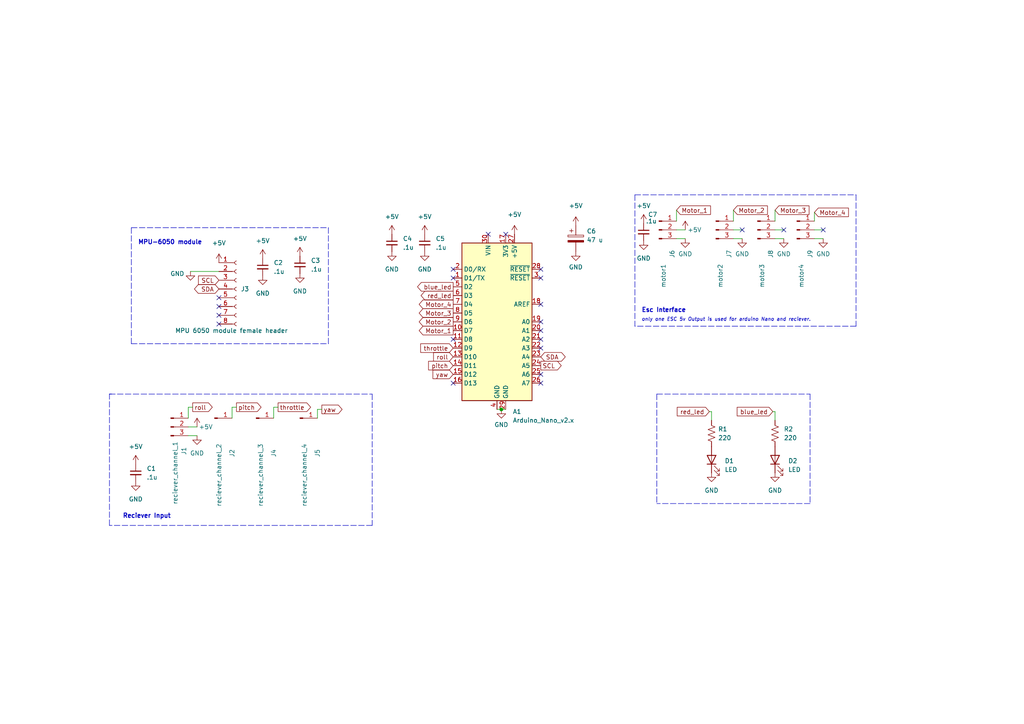
<source format=kicad_sch>
(kicad_sch (version 20211123) (generator eeschema)
  (paper "A4")
  (lib_symbols
    (symbol "Connector:Conn_01x01_Male" (pin_names (offset 1.016) hide)
      (property "Reference" "J" (at 0 2.54 0))
      (property "Value" "Conn_01x01_Male" (at 0 -2.54 0))
      (symbol "Conn_01x01_Male_1_1"
        (polyline (pts (xy 1.27 0) (xy 0.8636 0)) (stroke (width 0.1524)))
        (rectangle (start 0.8636 0.127) (end 0 -0.127) (stroke (width 0.1524)) (fill (type outline)))
        (pin passive line (at 5.08 0 180) (length 3.81) (name "Pin_1") (number "1"))
      )
    )
    (symbol "Connector:Conn_01x03_Male" (pin_names (offset 1.016) hide)
      (property "Reference" "J" (at 0 5.08 0))
      (property "Value" "Conn_01x03_Male" (at 0 -5.08 0))
      (symbol "Conn_01x03_Male_1_1"
        (polyline (pts (xy 1.27 -2.54) (xy 0.8636 -2.54)) (stroke (width 0.1524)))
        (polyline (pts (xy 1.27 0) (xy 0.8636 0)) (stroke (width 0.1524)))
        (polyline (pts (xy 1.27 2.54) (xy 0.8636 2.54)) (stroke (width 0.1524)))
        (rectangle (start 0.8636 -2.413) (end 0 -2.667) (stroke (width 0.1524)) (fill (type outline)))
        (rectangle (start 0.8636 0.127) (end 0 -0.127) (stroke (width 0.1524)) (fill (type outline)))
        (rectangle (start 0.8636 2.667) (end 0 2.413) (stroke (width 0.1524)) (fill (type outline)))
        (pin passive line (at 5.08 2.54 180) (length 3.81) (name "Pin_1") (number "1"))
        (pin passive line (at 5.08 0 180) (length 3.81) (name "Pin_2") (number "2"))
        (pin passive line (at 5.08 -2.54 180) (length 3.81) (name "Pin_3") (number "3"))
      )
    )
    (symbol "Connector:Conn_01x08_Female" (pin_names (offset 1.016) hide)
      (property "Reference" "J" (at 0 10.16 0))
      (property "Value" "Conn_01x08_Female" (at 0 -12.7 0))
      (symbol "Conn_01x08_Female_1_1"
        (arc (start 0 -9.652) (mid -0.508 -10.16) (end 0 -10.668) (stroke (width 0.1524)))
        (arc (start 0 -7.112) (mid -0.508 -7.62) (end 0 -8.128) (stroke (width 0.1524)))
        (arc (start 0 -4.572) (mid -0.508 -5.08) (end 0 -5.588) (stroke (width 0.1524)))
        (arc (start 0 -2.032) (mid -0.508 -2.54) (end 0 -3.048) (stroke (width 0.1524)))
        (polyline (pts (xy -1.27 -10.16) (xy -0.508 -10.16)) (stroke (width 0.1524)))
        (polyline (pts (xy -1.27 -7.62) (xy -0.508 -7.62)) (stroke (width 0.1524)))
        (polyline (pts (xy -1.27 -5.08) (xy -0.508 -5.08)) (stroke (width 0.1524)))
        (polyline (pts (xy -1.27 -2.54) (xy -0.508 -2.54)) (stroke (width 0.1524)))
        (polyline (pts (xy -1.27 0) (xy -0.508 0)) (stroke (width 0.1524)))
        (polyline (pts (xy -1.27 2.54) (xy -0.508 2.54)) (stroke (width 0.1524)))
        (polyline (pts (xy -1.27 5.08) (xy -0.508 5.08)) (stroke (width 0.1524)))
        (polyline (pts (xy -1.27 7.62) (xy -0.508 7.62)) (stroke (width 0.1524)))
        (arc (start 0 0.508) (mid -0.508 0) (end 0 -0.508) (stroke (width 0.1524)))
        (arc (start 0 3.048) (mid -0.508 2.54) (end 0 2.032) (stroke (width 0.1524)))
        (arc (start 0 5.588) (mid -0.508 5.08) (end 0 4.572) (stroke (width 0.1524)))
        (arc (start 0 8.128) (mid -0.508 7.62) (end 0 7.112) (stroke (width 0.1524)))
        (pin passive line (at -5.08 7.62 0) (length 3.81) (name "Pin_1") (number "1"))
        (pin passive line (at -5.08 5.08 0) (length 3.81) (name "Pin_2") (number "2"))
        (pin passive line (at -5.08 2.54 0) (length 3.81) (name "Pin_3") (number "3"))
        (pin passive line (at -5.08 0 0) (length 3.81) (name "Pin_4") (number "4"))
        (pin passive line (at -5.08 -2.54 0) (length 3.81) (name "Pin_5") (number "5"))
        (pin passive line (at -5.08 -5.08 0) (length 3.81) (name "Pin_6") (number "6"))
        (pin passive line (at -5.08 -7.62 0) (length 3.81) (name "Pin_7") (number "7"))
        (pin passive line (at -5.08 -10.16 0) (length 3.81) (name "Pin_8") (number "8"))
      )
    )
    (symbol "Device:C_Polarized" (pin_numbers hide) (pin_names (offset 0.254))
      (property "Reference" "C" (at 0.635 2.54 0))
      (property "Value" "C_Polarized" (at 0.635 -2.54 0))
      (symbol "C_Polarized_0_1"
        (rectangle (start -2.286 0.508) (end 2.286 1.016))
        (polyline (pts (xy -1.778 2.286) (xy -0.762 2.286)))
        (polyline (pts (xy -1.27 2.794) (xy -1.27 1.778)))
        (rectangle (start 2.286 -0.508) (end -2.286 -1.016) (fill (type outline)))
      )
      (symbol "C_Polarized_1_1"
        (pin passive line (at 0 3.81 270) (length 2.794) (name "~") (number "1"))
        (pin passive line (at 0 -3.81 90) (length 2.794) (name "~") (number "2"))
      )
    )
    (symbol "Device:C_Small" (pin_numbers hide) (pin_names (offset 0.254) hide)
      (property "Reference" "C" (at 0.254 1.778 0))
      (property "Value" "C_Small" (at 0.254 -2.032 0))
      (symbol "C_Small_0_1"
        (polyline (pts (xy -1.524 -0.508) (xy 1.524 -0.508)) (stroke (width 0.3302)))
        (polyline (pts (xy -1.524 0.508) (xy 1.524 0.508)) (stroke (width 0.3048)))
      )
      (symbol "C_Small_1_1"
        (pin passive line (at 0 2.54 270) (length 2.032) (name "~") (number "1"))
        (pin passive line (at 0 -2.54 90) (length 2.032) (name "~") (number "2"))
      )
    )
    (symbol "Device:LED" (pin_numbers hide) (pin_names (offset 1.016) hide)
      (property "Reference" "D" (at 0 2.54 0))
      (property "Value" "LED" (at 0 -2.54 0))
      (symbol "LED_0_1"
        (polyline (pts (xy -1.27 -1.27) (xy -1.27 1.27)) (stroke (width 0.254)))
        (polyline (pts (xy -1.27 0) (xy 1.27 0)))
        (polyline (pts (xy 1.27 -1.27) (xy 1.27 1.27) (xy -1.27 0) (xy 1.27 -1.27)) (stroke (width 0.254)))
        (polyline (pts (xy -3.048 -0.762) (xy -4.572 -2.286) (xy -3.81 -2.286) (xy -4.572 -2.286) (xy -4.572 -1.524)))
        (polyline (pts (xy -1.778 -0.762) (xy -3.302 -2.286) (xy -2.54 -2.286) (xy -3.302 -2.286) (xy -3.302 -1.524)))
      )
      (symbol "LED_1_1"
        (pin passive line (at -3.81 0 0) (length 2.54) (name "K") (number "1"))
        (pin passive line (at 3.81 0 180) (length 2.54) (name "A") (number "2"))
      )
    )
    (symbol "Device:R_US" (pin_numbers hide) (pin_names (offset 0))
      (property "Reference" "R" (at 2.54 0 90))
      (property "Value" "R_US" (at -2.54 0 90))
      (symbol "R_US_0_1"
        (polyline (pts (xy 0 -2.286) (xy 0 -2.54)))
        (polyline (pts (xy 0 2.286) (xy 0 2.54)))
        (polyline (pts (xy 0 -0.762) (xy 1.016 -1.143) (xy 0 -1.524) (xy -1.016 -1.905) (xy 0 -2.286)))
        (polyline (pts (xy 0 0.762) (xy 1.016 0.381) (xy 0 0) (xy -1.016 -0.381) (xy 0 -0.762)))
        (polyline (pts (xy 0 2.286) (xy 1.016 1.905) (xy 0 1.524) (xy -1.016 1.143) (xy 0 0.762)))
      )
      (symbol "R_US_1_1"
        (pin passive line (at 0 3.81 270) (length 1.27) (name "~") (number "1"))
        (pin passive line (at 0 -3.81 90) (length 1.27) (name "~") (number "2"))
      )
    )
    (symbol "MCU_Module:Arduino_Nano_v2.x"
      (property "Reference" "A" (at -10.16 23.495 0))
      (property "Value" "Arduino_Nano_v2.x" (at 5.08 -24.13 0))
      (symbol "Arduino_Nano_v2.x_0_1"
        (rectangle (start -10.16 22.86) (end 10.16 -22.86) (stroke (width 0.254)) (fill (type background)))
      )
      (symbol "Arduino_Nano_v2.x_1_1"
        (pin bidirectional line (at -12.7 12.7 0) (length 2.54) (name "D1/TX") (number "1"))
        (pin bidirectional line (at -12.7 -2.54 0) (length 2.54) (name "D7") (number "10"))
        (pin bidirectional line (at -12.7 -5.08 0) (length 2.54) (name "D8") (number "11"))
        (pin bidirectional line (at -12.7 -7.62 0) (length 2.54) (name "D9") (number "12"))
        (pin bidirectional line (at -12.7 -10.16 0) (length 2.54) (name "D10") (number "13"))
        (pin bidirectional line (at -12.7 -12.7 0) (length 2.54) (name "D11") (number "14"))
        (pin bidirectional line (at -12.7 -15.24 0) (length 2.54) (name "D12") (number "15"))
        (pin bidirectional line (at -12.7 -17.78 0) (length 2.54) (name "D13") (number "16"))
        (pin power_out line (at 2.54 25.4 270) (length 2.54) (name "3V3") (number "17"))
        (pin input line (at 12.7 5.08 180) (length 2.54) (name "AREF") (number "18"))
        (pin bidirectional line (at 12.7 0 180) (length 2.54) (name "A0") (number "19"))
        (pin bidirectional line (at -12.7 15.24 0) (length 2.54) (name "D0/RX") (number "2"))
        (pin bidirectional line (at 12.7 -2.54 180) (length 2.54) (name "A1") (number "20"))
        (pin bidirectional line (at 12.7 -5.08 180) (length 2.54) (name "A2") (number "21"))
        (pin bidirectional line (at 12.7 -7.62 180) (length 2.54) (name "A3") (number "22"))
        (pin bidirectional line (at 12.7 -10.16 180) (length 2.54) (name "A4") (number "23"))
        (pin bidirectional line (at 12.7 -12.7 180) (length 2.54) (name "A5") (number "24"))
        (pin bidirectional line (at 12.7 -15.24 180) (length 2.54) (name "A6") (number "25"))
        (pin bidirectional line (at 12.7 -17.78 180) (length 2.54) (name "A7") (number "26"))
        (pin power_out line (at 5.08 25.4 270) (length 2.54) (name "+5V") (number "27"))
        (pin input line (at 12.7 15.24 180) (length 2.54) (name "~{RESET}") (number "28"))
        (pin power_in line (at 2.54 -25.4 90) (length 2.54) (name "GND") (number "29"))
        (pin input line (at 12.7 12.7 180) (length 2.54) (name "~{RESET}") (number "3"))
        (pin power_in line (at -2.54 25.4 270) (length 2.54) (name "VIN") (number "30"))
        (pin power_in line (at 0 -25.4 90) (length 2.54) (name "GND") (number "4"))
        (pin bidirectional line (at -12.7 10.16 0) (length 2.54) (name "D2") (number "5"))
        (pin bidirectional line (at -12.7 7.62 0) (length 2.54) (name "D3") (number "6"))
        (pin bidirectional line (at -12.7 5.08 0) (length 2.54) (name "D4") (number "7"))
        (pin bidirectional line (at -12.7 2.54 0) (length 2.54) (name "D5") (number "8"))
        (pin bidirectional line (at -12.7 0 0) (length 2.54) (name "D6") (number "9"))
      )
    )
    (symbol "power:+5V" (power) (pin_names (offset 0))
      (property "Value" "+5V" (at 0 3.556 0))
      (symbol "+5V_0_1"
        (polyline (pts (xy -0.762 1.27) (xy 0 2.54)))
        (polyline (pts (xy 0 0) (xy 0 2.54)))
        (polyline (pts (xy 0 2.54) (xy 0.762 1.27)))
      )
      (symbol "+5V_1_1"
        (pin power_in line (at 0 0 90) (length 0) hide (name "+5V") (number "1"))
      )
    )
    (symbol "power:GND" (power) (pin_names (offset 0))
      (property "Value" "GND" (at 0 -3.81 0))
      (symbol "GND_0_1"
        (polyline (pts (xy 0 0) (xy 0 -1.27) (xy 1.27 -1.27) (xy 0 -2.54) (xy -1.27 -1.27) (xy 0 -1.27)))
      )
      (symbol "GND_1_1"
        (pin power_in line (at 0 0 270) (length 0) hide (name "GND") (number "1"))
      )
    )
  )
  (junction (at 145.415 118.745))
  (no_connect (at 131.445 111.125))
  (no_connect (at 156.845 98.425))
  (no_connect (at 131.445 98.425))
  (no_connect (at 156.845 100.965))
  (no_connect (at 156.845 111.125))
  (no_connect (at 156.845 108.585))
  (no_connect (at 156.845 78.105))
  (no_connect (at 156.845 80.645))
  (no_connect (at 156.845 88.265))
  (no_connect (at 156.845 93.345))
  (no_connect (at 131.445 80.645))
  (no_connect (at 131.445 78.105))
  (no_connect (at 146.685 67.945))
  (no_connect (at 141.605 67.945))
  (no_connect (at 156.845 95.885))
  (no_connect (at 63.5 91.44))
  (no_connect (at 63.5 88.9))
  (no_connect (at 63.5 86.36))
  (no_connect (at 63.5 93.98))
  (no_connect (at 238.76 66.675))
  (no_connect (at 227.33 66.675))
  (no_connect (at 215.265 66.675))
  (polyline (pts (xy 31.75 114.3) (xy 107.95 114.3)))
  (polyline (pts (xy 234.95 146.05) (xy 190.5 146.05)))
  (polyline (pts (xy 95.25 66.04) (xy 95.25 99.695)))
  (wire (pts (xy 92.075 121.285) (xy 92.075 118.745)))
  (polyline (pts (xy 184.15 56.515) (xy 184.15 94.615)))
  (polyline (pts (xy 190.5 114.3) (xy 190.5 146.05)))
  (polyline (pts (xy 38.1 66.04) (xy 95.25 66.04)))
  (wire (pts (xy 196.215 60.96) (xy 196.215 64.135)))
  (wire (pts (xy 224.79 66.675) (xy 227.33 66.675)))
  (wire (pts (xy 92.075 118.745) (xy 93.345 118.745)))
  (polyline (pts (xy 31.75 114.3) (xy 32.385 114.3)))
  (wire (pts (xy 224.79 121.92) (xy 224.79 119.38)))
  (wire (pts (xy 224.79 119.38) (xy 224.155 119.38)))
  (polyline (pts (xy 184.15 56.515) (xy 248.285 56.515)))
  (wire (pts (xy 67.31 121.285) (xy 67.31 118.11)))
  (wire (pts (xy 212.725 66.675) (xy 215.265 66.675)))
  (polyline (pts (xy 107.95 152.4) (xy 31.75 152.4)))
  (wire (pts (xy 79.375 118.11) (xy 80.645 118.11)))
  (polyline (pts (xy 31.75 152.4) (xy 31.75 114.3)))
  (wire (pts (xy 224.79 64.135) (xy 224.79 60.96)))
  (polyline (pts (xy 38.1 99.695) (xy 95.25 99.695)))
  (polyline (pts (xy 248.285 56.515) (xy 248.285 94.615)))
  (wire (pts (xy 79.375 121.285) (xy 79.375 118.11)))
  (wire (pts (xy 236.22 61.595) (xy 236.22 64.135)))
  (wire (pts (xy 67.31 118.11) (xy 68.58 118.11)))
  (wire (pts (xy 54.61 126.365) (xy 57.15 126.365)))
  (wire (pts (xy 55.245 78.74) (xy 63.5 78.74)))
  (wire (pts (xy 224.79 69.215) (xy 227.33 69.215)))
  (polyline (pts (xy 190.5 114.3) (xy 234.95 114.3)))
  (wire (pts (xy 212.725 60.96) (xy 212.725 64.135)))
  (wire (pts (xy 54.61 121.285) (xy 54.61 118.11)))
  (wire (pts (xy 236.22 69.215) (xy 238.76 69.215)))
  (polyline (pts (xy 107.95 114.3) (xy 107.95 152.4)))
  (wire (pts (xy 206.375 121.92) (xy 206.375 119.38)))
  (wire (pts (xy 236.22 66.675) (xy 238.76 66.675)))
  (polyline (pts (xy 38.1 66.04) (xy 38.1 99.695)))
  (wire (pts (xy 196.215 66.675) (xy 198.755 66.675)))
  (wire (pts (xy 145.415 118.745) (xy 146.685 118.745)))
  (wire (pts (xy 212.725 69.215) (xy 215.265 69.215)))
  (wire (pts (xy 54.61 118.11) (xy 55.88 118.11)))
  (wire (pts (xy 206.375 119.38) (xy 205.74 119.38)))
  (wire (pts (xy 196.215 69.215) (xy 198.755 69.215)))
  (wire (pts (xy 144.145 118.745) (xy 145.415 118.745)))
  (polyline (pts (xy 248.285 94.615) (xy 184.15 94.615)))
  (polyline (pts (xy 234.95 114.3) (xy 234.95 146.05)))
  (wire (pts (xy 54.61 123.825) (xy 57.15 123.825)))
  (text "Esc Interface" (at 186.055 90.805 0) (effects (font (size 1.27 1.27) (thickness 0.254) bold) (justify left bottom)))
  (text "Reciever Input" (at 35.56 150.495 0) (effects (font (size 1.27 1.27) bold) (justify left bottom)))
  (text "only one ESC 5v Output is used for arduino Nano and reciever." (at 186.055 93.345 0) (effects (font (size 1 1) italic) (justify left bottom)))
  (text "MPU-6050 module" (at 40.005 71.12 0) (effects (font (size 1.27 1.27) (thickness 0.254) bold) (justify left bottom)))
  (global_label "red_led" (shape input) (at 205.74 119.38 180) (property "Intersheet References" "${INTERSHEET_REFS}" (effects hide)))
  (global_label "Motor_4" (shape input) (at 236.22 61.595 0) (property "Intersheet References" "${INTERSHEET_REFS}" (effects hide)))
  (global_label "throttle" (shape input) (at 131.445 100.965 180) (property "Intersheet References" "${INTERSHEET_REFS}" (effects hide)))
  (global_label "blue_led" (shape output) (at 131.445 83.185 180) (property "Intersheet References" "${INTERSHEET_REFS}" (effects hide)))
  (global_label "yaw" (shape input) (at 131.445 108.585 180) (property "Intersheet References" "${INTERSHEET_REFS}" (effects hide)))
  (global_label "SCL" (shape output) (at 156.845 106.045 0) (property "Intersheet References" "${INTERSHEET_REFS}" (effects hide)))
  (global_label "Motor_1" (shape input) (at 196.215 60.96 0) (property "Intersheet References" "${INTERSHEET_REFS}" (effects hide)))
  (global_label "roll" (shape input) (at 131.445 103.505 180) (property "Intersheet References" "${INTERSHEET_REFS}" (effects hide)))
  (global_label "Motor_2" (shape output) (at 131.445 93.345 180) (property "Intersheet References" "${INTERSHEET_REFS}" (effects hide)))
  (global_label "Motor_4" (shape output) (at 131.445 88.265 180) (property "Intersheet References" "${INTERSHEET_REFS}" (effects hide)))
  (global_label "yaw" (shape output) (at 93.345 118.745 0) (property "Intersheet References" "${INTERSHEET_REFS}" (effects hide)))
  (global_label "Motor_1" (shape output) (at 131.445 95.885 180) (property "Intersheet References" "${INTERSHEET_REFS}" (effects hide)))
  (global_label "Motor_2" (shape input) (at 212.725 60.96 0) (property "Intersheet References" "${INTERSHEET_REFS}" (effects hide)))
  (global_label "blue_led" (shape input) (at 224.155 119.38 180) (property "Intersheet References" "${INTERSHEET_REFS}" (effects hide)))
  (global_label "throttle" (shape output) (at 80.645 118.11 0) (property "Intersheet References" "${INTERSHEET_REFS}" (effects hide)))
  (global_label "pitch" (shape input) (at 131.445 106.045 180) (property "Intersheet References" "${INTERSHEET_REFS}" (effects hide)))
  (global_label "SDA" (shape bidirectional) (at 156.845 103.505 0) (property "Intersheet References" "${INTERSHEET_REFS}" (effects hide)))
  (global_label "Motor_3" (shape input) (at 224.79 60.96 0) (property "Intersheet References" "${INTERSHEET_REFS}" (effects hide)))
  (global_label "pitch" (shape output) (at 68.58 118.11 0) (property "Intersheet References" "${INTERSHEET_REFS}" (effects hide)))
  (global_label "roll" (shape output) (at 55.88 118.11 0) (property "Intersheet References" "${INTERSHEET_REFS}" (effects hide)))
  (global_label "Motor_3" (shape output) (at 131.445 90.805 180) (property "Intersheet References" "${INTERSHEET_REFS}" (effects hide)))
  (global_label "red_led" (shape output) (at 131.445 85.725 180) (property "Intersheet References" "${INTERSHEET_REFS}" (effects hide)))
  (global_label "SCL" (shape input) (at 63.5 81.28 180) (property "Intersheet References" "${INTERSHEET_REFS}" (effects hide)))
  (global_label "SDA" (shape bidirectional) (at 63.5 83.82 180) (property "Intersheet References" "${INTERSHEET_REFS}" (effects hide)))
  (symbol (lib_id "Connector:Conn_01x08_Female") (at 68.58 83.82 0) (unit 1)
    (property "Reference" "J3" (at 69.85 83.8199 0) (effects (justify left)))
    (property "Value" "MPU 6050 module female header" (at 50.8 95.885 0) (effects (justify left)))
    (property "Footprint" "Library:PinSocket_1x08_P2.54mm_Vertical_modified" (effects hide))
  )
  (symbol (lib_id "power:GND") (at 206.375 137.16 0) (unit 1)
    (property "Reference" "#PWR0122" (effects hide))
    (property "Value" "GND" (at 206.375 142.24 0))
  )
  (symbol (lib_id "power:GND") (at 39.37 139.7 0) (unit 1)
    (property "Reference" "#PWR0126" (effects hide))
    (property "Value" "GND" (at 39.37 144.78 0))
  )
  (symbol (lib_id "power:+5V") (at 123.19 67.945 0) (unit 1)
    (property "Reference" "#PWR0108" (effects hide))
    (property "Value" "+5V" (at 123.19 62.865 0))
  )
  (symbol (lib_id "power:GND") (at 57.15 126.365 0) (unit 1)
    (property "Reference" "#PWR0125" (effects hide))
    (property "Value" "GND" (at 57.15 131.445 0))
  )
  (symbol (lib_id "Device:C_Small") (at 113.665 70.485 0) (unit 1)
    (property "Reference" "C4" (at 116.84 69.2212 0) (effects (justify left)))
    (property "Value" ".1u" (at 116.84 71.7612 0) (effects (justify left)))
    (property "Footprint" "Capacitor_THT:C_Disc_D5.0mm_W2.5mm_P2.50mm" (effects hide))
  )
  (symbol (lib_id "MCU_Module:Arduino_Nano_v2.x") (at 144.145 93.345 0) (unit 1)
    (property "Reference" "A1" (at 148.7044 119.38 0) (effects (justify left)))
    (property "Value" "Arduino_Nano_v2.x" (at 148.7044 121.92 0) (effects (justify left)))
    (property "Footprint" "Library:Arduino_Nano_modified0" (effects hide))
    (property "Datasheet" "https://www.arduino.cc/en/uploads/Main/ArduinoNanoManual23.pdf" (effects hide))
  )
  (symbol (lib_id "Connector:Conn_01x03_Male") (at 207.645 66.675 0) (unit 1)
    (property "Reference" "J7" (at 211.455 73.66 90))
    (property "Value" "motor2" (at 208.915 80.01 90))
    (property "Footprint" "Library:PinHeader_1x03_P2.54mm_Vertical_modified" (effects hide))
  )
  (symbol (lib_id "power:+5V") (at 39.37 134.62 0) (unit 1)
    (property "Reference" "#PWR0124" (effects hide))
    (property "Value" "+5V" (at 39.37 129.54 0))
  )
  (symbol (lib_id "Connector:Conn_01x03_Male") (at 191.135 66.675 0) (unit 1)
    (property "Reference" "J6" (at 194.945 73.66 90))
    (property "Value" "motor1" (at 192.405 80.01 90))
    (property "Footprint" "Library:PinHeader_1x03_P2.54mm_Vertical_modified" (effects hide))
  )
  (symbol (lib_id "Connector:Conn_01x01_Male") (at 62.23 121.285 0) (unit 1)
    (property "Reference" "J2" (at 67.31 131.445 90))
    (property "Value" "reciever_channel_2" (at 63.5 137.795 90))
    (property "Footprint" "Library:PinHeader_1x01_P2.54mm_Vertical_modified" (effects hide))
  )
  (symbol (lib_id "Device:C_Small") (at 76.2 77.47 0) (unit 1)
    (property "Reference" "C2" (at 79.375 76.2062 0) (effects (justify left)))
    (property "Value" ".1u" (at 79.375 78.7462 0) (effects (justify left)))
    (property "Footprint" "Capacitor_THT:C_Disc_D5.0mm_W2.5mm_P2.50mm" (effects hide))
  )
  (symbol (lib_id "Connector:Conn_01x01_Male") (at 86.995 121.285 0) (unit 1)
    (property "Reference" "J5" (at 92.075 131.445 90))
    (property "Value" "reciever_channel_4" (at 88.265 137.795 90))
    (property "Footprint" "Library:PinHeader_1x01_P2.54mm_Vertical_modified" (effects hide))
  )
  (symbol (lib_id "Connector:Conn_01x03_Male") (at 219.71 66.675 0) (unit 1)
    (property "Reference" "J8" (at 223.52 73.66 90))
    (property "Value" "motor3" (at 220.98 80.01 90))
    (property "Footprint" "Library:PinHeader_1x03_P2.54mm_Vertical_modified" (effects hide))
  )
  (symbol (lib_id "power:GND") (at 86.995 79.375 0) (unit 1)
    (property "Reference" "#PWR0120" (effects hide))
    (property "Value" "GND" (at 86.995 84.455 0))
  )
  (symbol (lib_id "power:+5V") (at 63.5 76.2 0) (unit 1)
    (property "Reference" "#PWR0116" (effects hide))
    (property "Value" "+5V" (at 63.5 70.485 0))
  )
  (symbol (lib_id "power:GND") (at 113.665 73.025 0) (unit 1)
    (property "Reference" "#PWR0104" (effects hide))
    (property "Value" "GND" (at 113.665 78.105 0))
  )
  (symbol (lib_id "power:+5V") (at 86.995 74.295 0) (unit 1)
    (property "Reference" "#PWR0119" (effects hide))
    (property "Value" "+5V" (at 86.995 69.215 0))
  )
  (symbol (lib_id "power:GND") (at 167.005 73.025 0) (unit 1)
    (property "Reference" "#PWR0101" (effects hide))
    (property "Value" "GND" (at 167.005 77.47 0))
  )
  (symbol (lib_id "Device:C_Small") (at 39.37 137.16 0) (unit 1)
    (property "Reference" "C1" (at 42.545 135.8962 0) (effects (justify left)))
    (property "Value" ".1u" (at 42.545 138.4362 0) (effects (justify left)))
    (property "Footprint" "Capacitor_THT:C_Disc_D5.0mm_W2.5mm_P2.50mm" (effects hide))
  )
  (symbol (lib_id "power:GND") (at 55.245 78.74 0) (unit 1)
    (property "Reference" "#PWR0115" (effects hide))
    (property "Value" "GND" (at 51.435 79.375 0))
  )
  (symbol (lib_id "power:+5V") (at 113.665 67.945 0) (unit 1)
    (property "Reference" "#PWR0105" (effects hide))
    (property "Value" "+5V" (at 113.665 62.865 0))
  )
  (symbol (lib_id "power:GND") (at 186.69 69.85 0) (unit 1)
    (property "Reference" "#PWR0113" (effects hide))
    (property "Value" "GND" (at 186.69 74.93 0))
  )
  (symbol (lib_id "power:+5V") (at 149.225 67.945 0) (unit 1)
    (property "Reference" "#PWR0107" (effects hide))
    (property "Value" "+5V" (at 149.225 62.23 0))
  )
  (symbol (lib_id "power:+5V") (at 167.005 65.405 0) (unit 1)
    (property "Reference" "#PWR0102" (effects hide))
    (property "Value" "+5V" (at 167.005 59.69 0))
  )
  (symbol (lib_id "power:GND") (at 123.19 73.025 0) (unit 1)
    (property "Reference" "#PWR0106" (effects hide))
    (property "Value" "GND" (at 123.19 78.105 0))
  )
  (symbol (lib_id "Device:R_US") (at 224.79 125.73 180) (unit 1)
    (property "Reference" "R2" (at 227.33 124.4599 0) (effects (justify right)))
    (property "Value" "220" (at 227.33 126.9999 0) (effects (justify right)))
    (property "Footprint" "Resistor_THT:R_Axial_DIN0207_L6.3mm_D2.5mm_P10.16mm_Horizontal" (effects hide))
  )
  (symbol (lib_id "power:+5V") (at 57.15 123.825 0) (unit 1)
    (property "Reference" "#PWR0127" (effects hide))
    (property "Value" "+5V" (at 59.69 123.825 0))
  )
  (symbol (lib_id "power:GND") (at 227.33 69.215 0) (unit 1)
    (property "Reference" "#PWR0111" (effects hide))
    (property "Value" "GND" (at 227.33 73.66 0))
  )
  (symbol (lib_id "Connector:Conn_01x03_Male") (at 49.53 123.825 0) (unit 1)
    (property "Reference" "J1" (at 53.34 130.81 90))
    (property "Value" "reciever_channel_1" (at 50.8 137.16 90))
    (property "Footprint" "Library:PinHeader_1x03_P2.54mm_Vertical_modified" (effects hide))
  )
  (symbol (lib_id "power:GND") (at 76.2 80.01 0) (unit 1)
    (property "Reference" "#PWR0118" (effects hide))
    (property "Value" "GND" (at 76.2 85.09 0))
  )
  (symbol (lib_id "power:GND") (at 224.79 137.16 0) (unit 1)
    (property "Reference" "#PWR0123" (effects hide))
    (property "Value" "GND" (at 224.79 142.24 0))
  )
  (symbol (lib_id "power:GND") (at 215.265 69.215 0) (unit 1)
    (property "Reference" "#PWR0110" (effects hide))
    (property "Value" "GND" (at 215.265 73.66 0))
  )
  (symbol (lib_id "Device:LED") (at 224.79 133.35 90) (unit 1)
    (property "Reference" "D2" (at 228.6 133.6674 90) (effects (justify right)))
    (property "Value" "LED" (at 228.6 136.2074 90) (effects (justify right)))
    (property "Footprint" "LED_THT:LED_D3.0mm_FlatTop" (effects hide))
  )
  (symbol (lib_id "power:+5V") (at 76.2 74.93 0) (unit 1)
    (property "Reference" "#PWR0117" (effects hide))
    (property "Value" "+5V" (at 76.2 69.85 0))
  )
  (symbol (lib_id "Connector:Conn_01x03_Male") (at 231.14 66.675 0) (unit 1)
    (property "Reference" "J9" (at 234.95 73.66 90))
    (property "Value" "motor4" (at 232.41 80.01 90))
    (property "Footprint" "Library:PinHeader_1x03_P2.54mm_Vertical_modified" (effects hide))
  )
  (symbol (lib_id "Device:R_US") (at 206.375 125.73 180) (unit 1)
    (property "Reference" "R1" (at 208.28 124.4599 0) (effects (justify right)))
    (property "Value" "220" (at 208.28 126.9999 0) (effects (justify right)))
    (property "Footprint" "Resistor_THT:R_Axial_DIN0207_L6.3mm_D2.5mm_P10.16mm_Horizontal" (effects hide))
  )
  (symbol (lib_id "Device:C_Small") (at 86.995 76.835 0) (unit 1)
    (property "Reference" "C3" (at 90.17 75.5712 0) (effects (justify left)))
    (property "Value" ".1u" (at 90.17 78.1112 0) (effects (justify left)))
    (property "Footprint" "Capacitor_THT:C_Disc_D5.0mm_W2.5mm_P2.50mm" (effects hide))
  )
  (symbol (lib_id "Device:C_Polarized") (at 167.005 69.215 0) (unit 1)
    (property "Reference" "C6" (at 170.18 67.0559 0) (effects (justify left)))
    (property "Value" "47 u" (at 170.18 69.5959 0) (effects (justify left)))
    (property "Footprint" "Capacitor_THT:CP_Radial_D5.0mm_P2.50mm" (effects hide))
  )
  (symbol (lib_id "Connector:Conn_01x01_Male") (at 74.295 121.285 0) (unit 1)
    (property "Reference" "J4" (at 79.375 131.445 90))
    (property "Value" "reciever_channel_3" (at 75.565 137.795 90))
    (property "Footprint" "Library:PinHeader_1x01_P2.54mm_Vertical_modified" (effects hide))
  )
  (symbol (lib_id "Device:C_Small") (at 186.69 67.31 0) (unit 1)
    (property "Reference" "C7" (at 187.96 62.23 0) (effects (justify left)))
    (property "Value" ".1u" (at 187.325 64.135 0) (effects (justify left)))
    (property "Footprint" "Capacitor_THT:C_Disc_D5.0mm_W2.5mm_P2.50mm" (effects hide))
  )
  (symbol (lib_id "power:+5V") (at 198.755 66.675 0) (unit 1)
    (property "Reference" "#PWR0121" (effects hide))
    (property "Value" "+5V" (at 199.39 66.675 0) (effects (justify left)))
  )
  (symbol (lib_id "Device:C_Small") (at 123.19 70.485 0) (unit 1)
    (property "Reference" "C5" (at 126.365 69.2212 0) (effects (justify left)))
    (property "Value" ".1u" (at 126.365 71.7612 0) (effects (justify left)))
    (property "Footprint" "Capacitor_THT:C_Disc_D5.0mm_W2.5mm_P2.50mm" (effects hide))
  )
  (symbol (lib_id "Device:LED") (at 206.375 133.35 90) (unit 1)
    (property "Reference" "D1" (at 210.185 133.6674 90) (effects (justify right)))
    (property "Value" "LED" (at 210.185 136.2074 90) (effects (justify right)))
    (property "Footprint" "LED_THT:LED_D3.0mm_FlatTop" (effects hide))
  )
  (symbol (lib_id "power:+5V") (at 186.69 64.77 0) (unit 1)
    (property "Reference" "#PWR0114" (effects hide))
    (property "Value" "+5V" (at 186.69 59.69 0))
  )
  (symbol (lib_id "power:GND") (at 145.415 118.745 0) (unit 1)
    (property "Reference" "#PWR0103" (effects hide))
    (property "Value" "GND" (at 145.415 123.19 0))
  )
  (symbol (lib_id "power:GND") (at 238.76 69.215 0) (unit 1)
    (property "Reference" "#PWR0109" (effects hide))
    (property "Value" "GND" (at 238.76 73.66 0))
  )
  (symbol (lib_id "power:GND") (at 198.755 69.215 0) (unit 1)
    (property "Reference" "#PWR0112" (effects hide))
    (property "Value" "GND" (at 198.755 73.66 0))
  )
)
</source>
